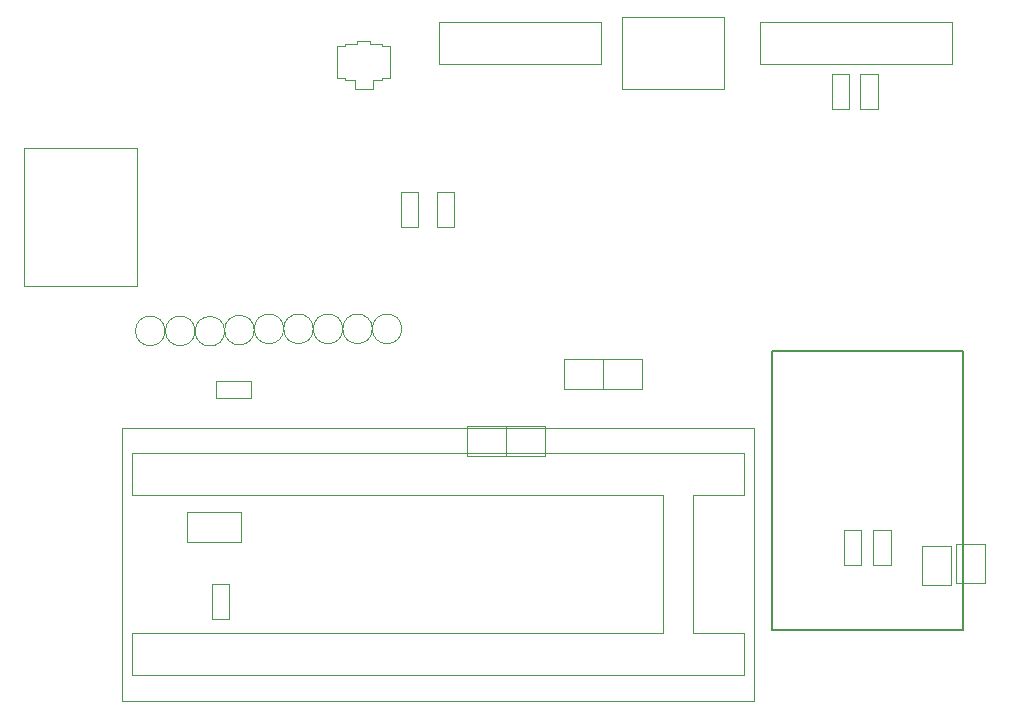
<source format=gbr>
G04 #@! TF.GenerationSoftware,KiCad,Pcbnew,5.1.9-73d0e3b20d~88~ubuntu18.04.1*
G04 #@! TF.CreationDate,2021-04-09T21:08:54+02:00*
G04 #@! TF.ProjectId,EcoApi_pcb,45636f41-7069-45f7-9063-622e6b696361,rev?*
G04 #@! TF.SameCoordinates,Original*
G04 #@! TF.FileFunction,Other,User*
%FSLAX46Y46*%
G04 Gerber Fmt 4.6, Leading zero omitted, Abs format (unit mm)*
G04 Created by KiCad (PCBNEW 5.1.9-73d0e3b20d~88~ubuntu18.04.1) date 2021-04-09 21:08:54*
%MOMM*%
%LPD*%
G01*
G04 APERTURE LIST*
%ADD10C,0.150000*%
%ADD11C,0.050000*%
G04 APERTURE END LIST*
D10*
G04 #@! TO.C,U3*
X133100000Y-102500000D02*
X133100000Y-126100000D01*
X149300000Y-102500000D02*
X133100000Y-102500000D01*
X149300000Y-126100000D02*
X149300000Y-102500000D01*
X133100000Y-126100000D02*
X149300000Y-126100000D01*
D11*
G04 #@! TO.C,J4*
X129010000Y-80330000D02*
X120360000Y-80330000D01*
X120360000Y-80330000D02*
X120360000Y-74180000D01*
X120360000Y-74180000D02*
X129010000Y-74180000D01*
X129010000Y-74180000D02*
X129010000Y-80330000D01*
G04 #@! TO.C,C3*
X79290000Y-97010000D02*
X79290000Y-85310000D01*
X79290000Y-85310000D02*
X69790000Y-85310000D01*
X69790000Y-85310000D02*
X69790000Y-97010000D01*
X69790000Y-97010000D02*
X79290000Y-97010000D01*
G04 #@! TO.C,C2*
X106160000Y-91955000D02*
X106160000Y-88995000D01*
X104700000Y-91955000D02*
X106160000Y-91955000D01*
X104700000Y-88995000D02*
X104700000Y-91955000D01*
X106160000Y-88995000D02*
X104700000Y-88995000D01*
G04 #@! TO.C,C1*
X103100000Y-91965000D02*
X103100000Y-89005000D01*
X101640000Y-91965000D02*
X103100000Y-91965000D01*
X101640000Y-89005000D02*
X101640000Y-91965000D01*
X103100000Y-89005000D02*
X101640000Y-89005000D01*
G04 #@! TO.C,J11*
X88120000Y-116140000D02*
X83520000Y-116140000D01*
X88120000Y-116140000D02*
X88120000Y-118640000D01*
X83520000Y-118640000D02*
X83520000Y-116140000D01*
X83520000Y-118640000D02*
X88120000Y-118640000D01*
G04 #@! TO.C,JP6*
X148650000Y-118850000D02*
X148650000Y-122150000D01*
X148650000Y-118850000D02*
X151150000Y-118850000D01*
X151150000Y-122150000D02*
X148650000Y-122150000D01*
X151150000Y-122150000D02*
X151150000Y-118850000D01*
G04 #@! TO.C,JP8*
X148250000Y-122250000D02*
X148250000Y-118950000D01*
X148250000Y-122250000D02*
X145750000Y-122250000D01*
X145750000Y-118950000D02*
X148250000Y-118950000D01*
X145750000Y-118950000D02*
X145750000Y-122250000D01*
G04 #@! TO.C,JP5*
X118800000Y-105650000D02*
X122100000Y-105650000D01*
X118800000Y-105650000D02*
X118800000Y-103150000D01*
X122100000Y-103150000D02*
X122100000Y-105650000D01*
X122100000Y-103150000D02*
X118800000Y-103150000D01*
G04 #@! TO.C,JP4*
X110600000Y-108850000D02*
X107300000Y-108850000D01*
X110600000Y-108850000D02*
X110600000Y-111350000D01*
X107300000Y-111350000D02*
X107300000Y-108850000D01*
X107300000Y-111350000D02*
X110600000Y-111350000D01*
G04 #@! TO.C,JP2*
X113900000Y-108850000D02*
X110600000Y-108850000D01*
X113900000Y-108850000D02*
X113900000Y-111350000D01*
X110600000Y-111350000D02*
X110600000Y-108850000D01*
X110600000Y-111350000D02*
X113900000Y-111350000D01*
G04 #@! TO.C,JP1*
X115500000Y-105650000D02*
X118800000Y-105650000D01*
X115500000Y-105650000D02*
X115500000Y-103150000D01*
X118800000Y-103150000D02*
X118800000Y-105650000D01*
X118800000Y-103150000D02*
X115500000Y-103150000D01*
G04 #@! TO.C,TP11*
X96750000Y-100600000D02*
G75*
G03*
X96750000Y-100600000I-1250000J0D01*
G01*
G04 #@! TO.C,TP16*
X94250000Y-100600000D02*
G75*
G03*
X94250000Y-100600000I-1250000J0D01*
G01*
G04 #@! TO.C,TP15*
X101750000Y-100600000D02*
G75*
G03*
X101750000Y-100600000I-1250000J0D01*
G01*
G04 #@! TO.C,TP12*
X99250000Y-100600000D02*
G75*
G03*
X99250000Y-100600000I-1250000J0D01*
G01*
G04 #@! TO.C,TP10*
X91750000Y-100600000D02*
G75*
G03*
X91750000Y-100600000I-1250000J0D01*
G01*
G04 #@! TO.C,TP9*
X84240000Y-100770000D02*
G75*
G03*
X84240000Y-100770000I-1250000J0D01*
G01*
G04 #@! TO.C,TP8*
X86750000Y-100800000D02*
G75*
G03*
X86750000Y-100800000I-1250000J0D01*
G01*
G04 #@! TO.C,TP7*
X89250000Y-100700000D02*
G75*
G03*
X89250000Y-100700000I-1250000J0D01*
G01*
G04 #@! TO.C,TP3*
X81700000Y-100770000D02*
G75*
G03*
X81700000Y-100770000I-1250000J0D01*
G01*
G04 #@! TO.C,R13*
X85670000Y-122195000D02*
X85670000Y-125155000D01*
X87130000Y-122195000D02*
X85670000Y-122195000D01*
X87130000Y-125155000D02*
X87130000Y-122195000D01*
X85670000Y-125155000D02*
X87130000Y-125155000D01*
G04 #@! TO.C,U1*
X126420000Y-126340000D02*
X130760000Y-126340000D01*
X78900000Y-126340000D02*
X123880000Y-126340000D01*
X126420000Y-114700000D02*
X130760000Y-114700000D01*
X78900000Y-114700000D02*
X123880000Y-114700000D01*
X126420000Y-126340000D02*
X126420000Y-114700000D01*
X123880000Y-114700000D02*
X123880000Y-126340000D01*
X130760000Y-129940000D02*
X130760000Y-126340000D01*
X78900000Y-129940000D02*
X130760000Y-129940000D01*
X78900000Y-126340000D02*
X78900000Y-129940000D01*
X78900000Y-114700000D02*
X78900000Y-111100000D01*
X130760000Y-111100000D02*
X130760000Y-114700000D01*
X78900000Y-111100000D02*
X130760000Y-111100000D01*
X131580000Y-108970000D02*
X78080000Y-108970000D01*
X131580000Y-132070000D02*
X131580000Y-108970000D01*
X78080000Y-132070000D02*
X131580000Y-132070000D01*
X78080000Y-108970000D02*
X78080000Y-132070000D01*
G04 #@! TO.C,J7*
X132050000Y-78200000D02*
X148300000Y-78200000D01*
X132050000Y-74650000D02*
X132050000Y-78200000D01*
X148300000Y-74650000D02*
X132050000Y-74650000D01*
X148300000Y-78200000D02*
X148300000Y-74650000D01*
G04 #@! TO.C,J8*
X104940000Y-78200000D02*
X118640000Y-78200000D01*
X104940000Y-74650000D02*
X104940000Y-78200000D01*
X118640000Y-74650000D02*
X104940000Y-74650000D01*
X118640000Y-78200000D02*
X118640000Y-74650000D01*
G04 #@! TO.C,R7*
X143130000Y-120555000D02*
X143130000Y-117595000D01*
X141670000Y-120555000D02*
X143130000Y-120555000D01*
X141670000Y-117595000D02*
X141670000Y-120555000D01*
X143130000Y-117595000D02*
X141670000Y-117595000D01*
G04 #@! TO.C,R6*
X140630000Y-120555000D02*
X140630000Y-117595000D01*
X139170000Y-120555000D02*
X140630000Y-120555000D01*
X139170000Y-117595000D02*
X139170000Y-120555000D01*
X140630000Y-117595000D02*
X139170000Y-117595000D01*
G04 #@! TO.C,R5*
X85995000Y-106430000D02*
X88955000Y-106430000D01*
X85995000Y-104970000D02*
X85995000Y-106430000D01*
X88955000Y-104970000D02*
X85995000Y-104970000D01*
X88955000Y-106430000D02*
X88955000Y-104970000D01*
G04 #@! TO.C,R4*
X138170000Y-78995000D02*
X138170000Y-81955000D01*
X139630000Y-78995000D02*
X138170000Y-78995000D01*
X139630000Y-81955000D02*
X139630000Y-78995000D01*
X138170000Y-81955000D02*
X139630000Y-81955000D01*
G04 #@! TO.C,R3*
X140570000Y-78995000D02*
X140570000Y-81955000D01*
X142030000Y-78995000D02*
X140570000Y-78995000D01*
X142030000Y-81955000D02*
X142030000Y-78995000D01*
X140570000Y-81955000D02*
X142030000Y-81955000D01*
G04 #@! TO.C,J0*
X96975000Y-76650000D02*
X96275000Y-76650000D01*
X96975000Y-76650000D02*
X96975000Y-76450000D01*
X100075000Y-76450000D02*
X99075000Y-76450000D01*
X100075000Y-76650000D02*
X100075000Y-76450000D01*
X100775000Y-76650000D02*
X100075000Y-76650000D01*
X99075000Y-76200000D02*
X99075000Y-76450000D01*
X97975000Y-76200000D02*
X99075000Y-76200000D01*
X97975000Y-76450000D02*
X97975000Y-76200000D01*
X96975000Y-76450000D02*
X97975000Y-76450000D01*
X100775000Y-79350000D02*
X100775000Y-76650000D01*
X100075000Y-79350000D02*
X100775000Y-79350000D01*
X100075000Y-79350000D02*
X100075000Y-79550000D01*
X96975000Y-79550000D02*
X97775000Y-79550000D01*
X96975000Y-79350000D02*
X96975000Y-79550000D01*
X96275000Y-79350000D02*
X96975000Y-79350000D01*
X96275000Y-79350000D02*
X96275000Y-76650000D01*
X97775000Y-80300000D02*
X97775000Y-79550000D01*
X99275000Y-80300000D02*
X97775000Y-80300000D01*
X99275000Y-79550000D02*
X99275000Y-80300000D01*
X100075000Y-79550000D02*
X99275000Y-79550000D01*
G04 #@! TD*
M02*

</source>
